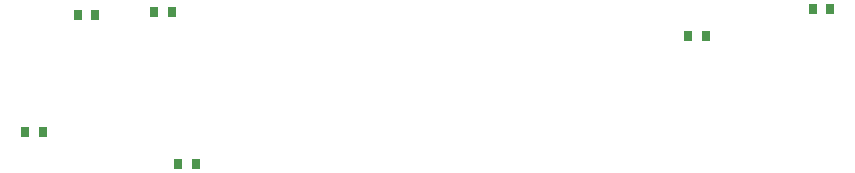
<source format=gbp>
G04*
G04 #@! TF.GenerationSoftware,Altium Limited,Altium Designer,25.4.2 (15)*
G04*
G04 Layer_Color=128*
%FSLAX44Y44*%
%MOMM*%
G71*
G04*
G04 #@! TF.SameCoordinates,C8064B0B-EDE6-4B3A-8A14-C26425D78004*
G04*
G04*
G04 #@! TF.FilePolarity,Positive*
G04*
G01*
G75*
%ADD38R,0.8000X0.9000*%
D38*
X379610Y317500D02*
D03*
X364610D02*
D03*
X235070Y344170D02*
D03*
X250070D02*
D03*
X359290Y445770D02*
D03*
X344290D02*
D03*
X279520Y443230D02*
D03*
X294520D02*
D03*
X916820Y448310D02*
D03*
X901820D02*
D03*
X796410Y425450D02*
D03*
X811410D02*
D03*
M02*

</source>
